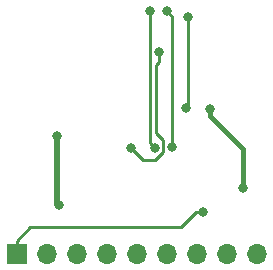
<source format=gbl>
G04 #@! TF.GenerationSoftware,KiCad,Pcbnew,(5.0.0)*
G04 #@! TF.CreationDate,2019-07-31T00:08:18+03:00*
G04 #@! TF.ProjectId,ST7789_V_FCP_Board,5354373738395F565F4643505F426F61,rev?*
G04 #@! TF.SameCoordinates,Original*
G04 #@! TF.FileFunction,Copper,L2,Bot,Signal*
G04 #@! TF.FilePolarity,Positive*
%FSLAX46Y46*%
G04 Gerber Fmt 4.6, Leading zero omitted, Abs format (unit mm)*
G04 Created by KiCad (PCBNEW (5.0.0)) date 07/31/19 00:08:18*
%MOMM*%
%LPD*%
G01*
G04 APERTURE LIST*
G04 #@! TA.AperFunction,ComponentPad*
%ADD10R,1.700000X1.700000*%
G04 #@! TD*
G04 #@! TA.AperFunction,ComponentPad*
%ADD11O,1.700000X1.700000*%
G04 #@! TD*
G04 #@! TA.AperFunction,ViaPad*
%ADD12C,0.800000*%
G04 #@! TD*
G04 #@! TA.AperFunction,Conductor*
%ADD13C,0.500000*%
G04 #@! TD*
G04 #@! TA.AperFunction,Conductor*
%ADD14C,0.250000*%
G04 #@! TD*
G04 #@! TA.AperFunction,Conductor*
%ADD15C,0.400000*%
G04 #@! TD*
G04 APERTURE END LIST*
D10*
G04 #@! TO.P,J1,1*
G04 #@! TO.N,VCC*
X112000000Y-100000000D03*
D11*
G04 #@! TO.P,J1,2*
G04 #@! TO.N,GND*
X114540000Y-100000000D03*
G04 #@! TO.P,J1,3*
G04 #@! TO.N,/RS*
X117080000Y-100000000D03*
G04 #@! TO.P,J1,4*
G04 #@! TO.N,/SDA*
X119620000Y-100000000D03*
G04 #@! TO.P,J1,5*
G04 #@! TO.N,/SCLK*
X122160000Y-100000000D03*
G04 #@! TO.P,J1,6*
G04 #@! TO.N,/FMARK*
X124700000Y-100000000D03*
G04 #@! TO.P,J1,7*
G04 #@! TO.N,/CS*
X127240000Y-100000000D03*
G04 #@! TO.P,J1,8*
G04 #@! TO.N,/RESET*
X129780000Y-100000000D03*
G04 #@! TO.P,J1,9*
G04 #@! TO.N,N/C*
X132320000Y-100000000D03*
G04 #@! TD*
D12*
G04 #@! TO.N,GND*
X115443000Y-90043000D03*
X115570000Y-95885000D03*
X128397000Y-87757000D03*
X131191000Y-94488000D03*
G04 #@! TO.N,VCC*
X127750000Y-96500000D03*
G04 #@! TO.N,/1.8V*
X126492000Y-80010000D03*
X126365000Y-87720000D03*
G04 #@! TO.N,/CS_1.8*
X125148001Y-90943128D03*
X124714000Y-79502000D03*
G04 #@! TO.N,/RS_1.8*
X121666000Y-91059000D03*
X124079000Y-82931000D03*
G04 #@! TO.N,/FMARK_1.8*
X123698000Y-91059000D03*
X123317000Y-79502000D03*
G04 #@! TD*
D13*
G04 #@! TO.N,GND*
X115443000Y-90043000D02*
X115443000Y-95758000D01*
D14*
X115443000Y-95758000D02*
X115570000Y-95885000D01*
D15*
X128397000Y-88322685D02*
X131191000Y-91116685D01*
X128397000Y-87757000D02*
X128397000Y-88322685D01*
X131191000Y-91116685D02*
X131191000Y-94488000D01*
D14*
G04 #@! TO.N,VCC*
X127184315Y-96500000D02*
X125934315Y-97750000D01*
X127750000Y-96500000D02*
X127184315Y-96500000D01*
X112000000Y-98900000D02*
X112000000Y-100000000D01*
X113150000Y-97750000D02*
X112000000Y-98900000D01*
X125934315Y-97750000D02*
X113150000Y-97750000D01*
G04 #@! TO.N,/1.8V*
X126492000Y-80010000D02*
X126492000Y-87593000D01*
X126492000Y-87593000D02*
X126365000Y-87720000D01*
G04 #@! TO.N,/CS_1.8*
X125148001Y-79936001D02*
X124714000Y-79502000D01*
X125148001Y-81280000D02*
X125148001Y-79936001D01*
X125148001Y-81280000D02*
X125148001Y-80190001D01*
X125148001Y-90943128D02*
X125148001Y-81280000D01*
G04 #@! TO.N,/RS_1.8*
X124079000Y-83750685D02*
X123825000Y-84004685D01*
X124079000Y-83185000D02*
X124079000Y-83750685D01*
X123825000Y-84004685D02*
X123825000Y-89789000D01*
X124423001Y-91407001D02*
X123755002Y-92075000D01*
X123825000Y-89789000D02*
X124423001Y-90387001D01*
X124423001Y-90387001D02*
X124423001Y-91407001D01*
X123755002Y-92075000D02*
X122682000Y-92075000D01*
X122682000Y-92075000D02*
X121666000Y-91059000D01*
X124079000Y-82931000D02*
X124079000Y-83750685D01*
G04 #@! TO.N,/FMARK_1.8*
X123317000Y-80664838D02*
X123317000Y-90678000D01*
X123317000Y-90678000D02*
X123698000Y-91059000D01*
X123317000Y-80664838D02*
X123317000Y-79502000D01*
G04 #@! TD*
M02*

</source>
